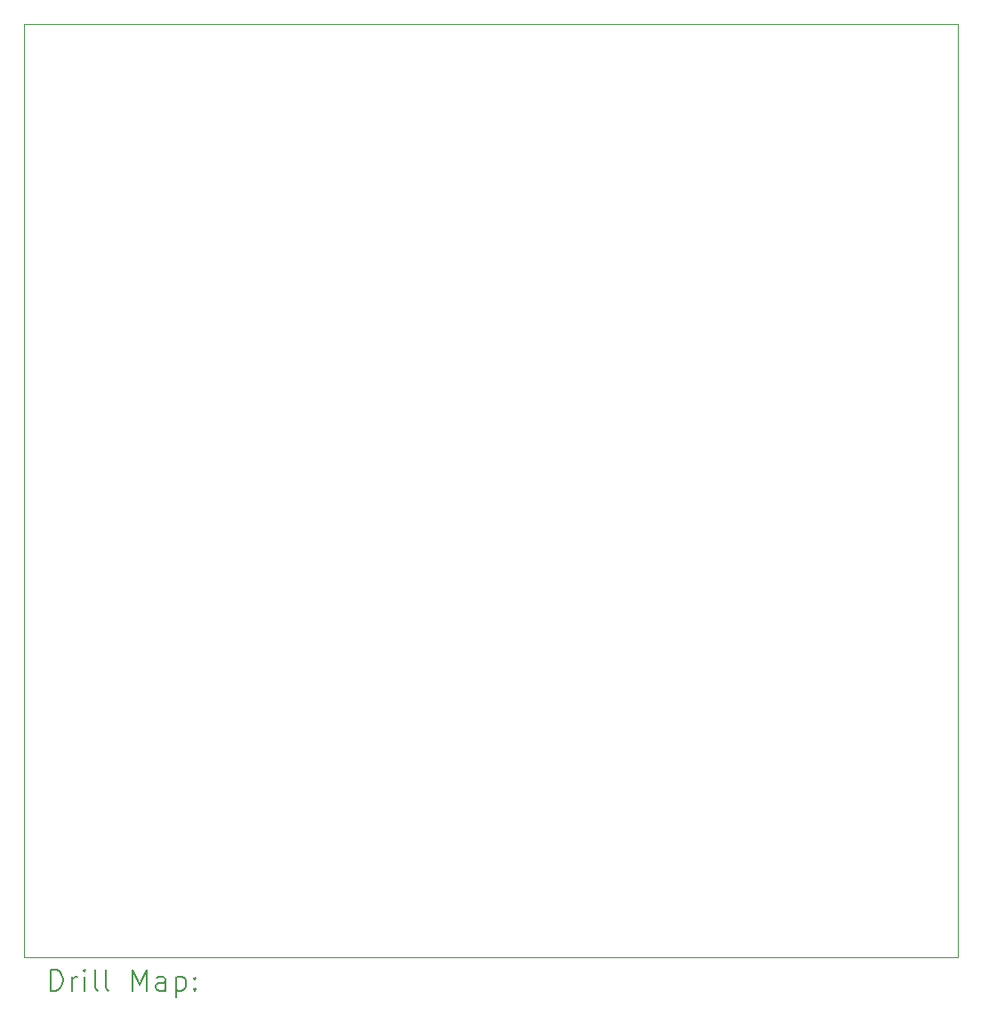
<source format=gbr>
%TF.GenerationSoftware,KiCad,Pcbnew,8.0.2*%
%TF.CreationDate,2024-05-21T18:13:31+02:00*%
%TF.ProjectId,Mux Brd V1,4d757820-4272-4642-9056-312e6b696361,rev?*%
%TF.SameCoordinates,Original*%
%TF.FileFunction,Drillmap*%
%TF.FilePolarity,Positive*%
%FSLAX45Y45*%
G04 Gerber Fmt 4.5, Leading zero omitted, Abs format (unit mm)*
G04 Created by KiCad (PCBNEW 8.0.2) date 2024-05-21 18:13:31*
%MOMM*%
%LPD*%
G01*
G04 APERTURE LIST*
%ADD10C,0.050000*%
%ADD11C,0.200000*%
G04 APERTURE END LIST*
D10*
X2730500Y-11734800D02*
X11620500Y-11734800D01*
X2730500Y-11734800D02*
X2730500Y-2844800D01*
X11620500Y-2844800D02*
X11620500Y-11734800D01*
X2730500Y-2844800D02*
X11620500Y-2844800D01*
D11*
X2988777Y-12048784D02*
X2988777Y-11848784D01*
X2988777Y-11848784D02*
X3036396Y-11848784D01*
X3036396Y-11848784D02*
X3064967Y-11858308D01*
X3064967Y-11858308D02*
X3084015Y-11877355D01*
X3084015Y-11877355D02*
X3093539Y-11896403D01*
X3093539Y-11896403D02*
X3103062Y-11934498D01*
X3103062Y-11934498D02*
X3103062Y-11963069D01*
X3103062Y-11963069D02*
X3093539Y-12001165D01*
X3093539Y-12001165D02*
X3084015Y-12020212D01*
X3084015Y-12020212D02*
X3064967Y-12039260D01*
X3064967Y-12039260D02*
X3036396Y-12048784D01*
X3036396Y-12048784D02*
X2988777Y-12048784D01*
X3188777Y-12048784D02*
X3188777Y-11915450D01*
X3188777Y-11953546D02*
X3198301Y-11934498D01*
X3198301Y-11934498D02*
X3207824Y-11924974D01*
X3207824Y-11924974D02*
X3226872Y-11915450D01*
X3226872Y-11915450D02*
X3245920Y-11915450D01*
X3312586Y-12048784D02*
X3312586Y-11915450D01*
X3312586Y-11848784D02*
X3303062Y-11858308D01*
X3303062Y-11858308D02*
X3312586Y-11867831D01*
X3312586Y-11867831D02*
X3322110Y-11858308D01*
X3322110Y-11858308D02*
X3312586Y-11848784D01*
X3312586Y-11848784D02*
X3312586Y-11867831D01*
X3436396Y-12048784D02*
X3417348Y-12039260D01*
X3417348Y-12039260D02*
X3407824Y-12020212D01*
X3407824Y-12020212D02*
X3407824Y-11848784D01*
X3541158Y-12048784D02*
X3522110Y-12039260D01*
X3522110Y-12039260D02*
X3512586Y-12020212D01*
X3512586Y-12020212D02*
X3512586Y-11848784D01*
X3769729Y-12048784D02*
X3769729Y-11848784D01*
X3769729Y-11848784D02*
X3836396Y-11991641D01*
X3836396Y-11991641D02*
X3903062Y-11848784D01*
X3903062Y-11848784D02*
X3903062Y-12048784D01*
X4084015Y-12048784D02*
X4084015Y-11944022D01*
X4084015Y-11944022D02*
X4074491Y-11924974D01*
X4074491Y-11924974D02*
X4055443Y-11915450D01*
X4055443Y-11915450D02*
X4017348Y-11915450D01*
X4017348Y-11915450D02*
X3998301Y-11924974D01*
X4084015Y-12039260D02*
X4064967Y-12048784D01*
X4064967Y-12048784D02*
X4017348Y-12048784D01*
X4017348Y-12048784D02*
X3998301Y-12039260D01*
X3998301Y-12039260D02*
X3988777Y-12020212D01*
X3988777Y-12020212D02*
X3988777Y-12001165D01*
X3988777Y-12001165D02*
X3998301Y-11982117D01*
X3998301Y-11982117D02*
X4017348Y-11972593D01*
X4017348Y-11972593D02*
X4064967Y-11972593D01*
X4064967Y-11972593D02*
X4084015Y-11963069D01*
X4179253Y-11915450D02*
X4179253Y-12115450D01*
X4179253Y-11924974D02*
X4198301Y-11915450D01*
X4198301Y-11915450D02*
X4236396Y-11915450D01*
X4236396Y-11915450D02*
X4255444Y-11924974D01*
X4255444Y-11924974D02*
X4264967Y-11934498D01*
X4264967Y-11934498D02*
X4274491Y-11953546D01*
X4274491Y-11953546D02*
X4274491Y-12010688D01*
X4274491Y-12010688D02*
X4264967Y-12029736D01*
X4264967Y-12029736D02*
X4255444Y-12039260D01*
X4255444Y-12039260D02*
X4236396Y-12048784D01*
X4236396Y-12048784D02*
X4198301Y-12048784D01*
X4198301Y-12048784D02*
X4179253Y-12039260D01*
X4360205Y-12029736D02*
X4369729Y-12039260D01*
X4369729Y-12039260D02*
X4360205Y-12048784D01*
X4360205Y-12048784D02*
X4350682Y-12039260D01*
X4350682Y-12039260D02*
X4360205Y-12029736D01*
X4360205Y-12029736D02*
X4360205Y-12048784D01*
X4360205Y-11924974D02*
X4369729Y-11934498D01*
X4369729Y-11934498D02*
X4360205Y-11944022D01*
X4360205Y-11944022D02*
X4350682Y-11934498D01*
X4350682Y-11934498D02*
X4360205Y-11924974D01*
X4360205Y-11924974D02*
X4360205Y-11944022D01*
M02*

</source>
